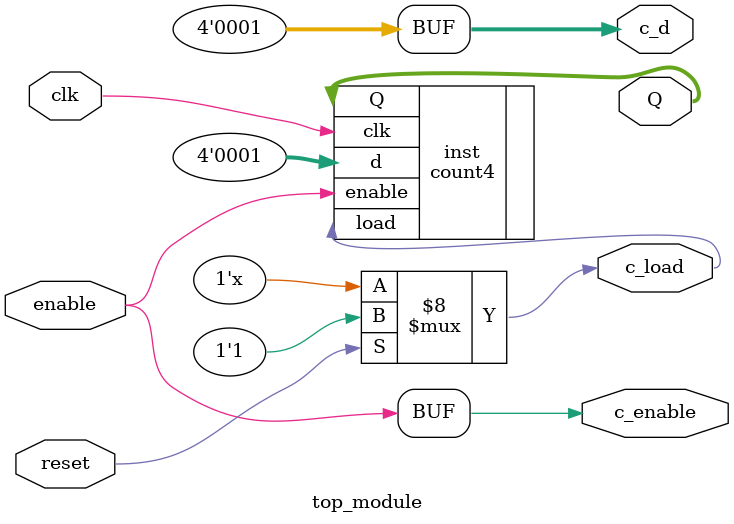
<source format=v>


module top_module (
    input clk, reset, enable,
    output c_enable, c_load,
    output [3:0] Q, c_d
);
    //instantiate counter
    count4 inst (.clk(clk), .enable(c_enable), .load(c_load), .d(c_d), .Q(Q));

    assign c_enable = enable;
    assign c_d = 4'b1;

    //create intermediate value for c_load
    wire Q_load;

    always @(*) begin
        if (reset)
            c_load = 1'b1;
        else
            c_load = Q_load;
        
        if (Q[3:0] == 4'hc && c_enable)
            Q_load = 1'b1;
        else
            Q_load = 1'b0;
    end
endmodule
</source>
